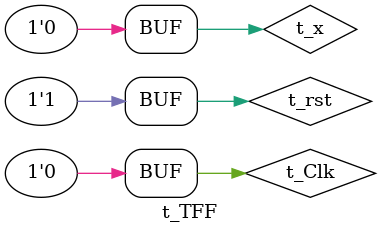
<source format=v>
module DFF (output reg Q,input D,Clk,rst);
always @(posedge Clk, negedge rst)
if(!rst) Q<=1'b0;
else Q<=D;
    
endmodule

module TFF (Q,T,Clk,rst);
output Q;
input T,Clk,rst;
wire DT;
assign DT = Q^T;
DFF TFF1(Q,DT,Clk,rst);    
endmodule

module p_TFF (
   output wire FA,FB,
   input x,Clk,rst
);
wire TA,TB;
assign TA= ((~FA)&(~FB)&(~x)) | ((FA&FB)&(~x));
assign TB= ((~FA && FB && ~x)) | ((FA&& ~x &&~FB));
TFF T_A (.Q(FA),.T(TA),.Clk(Clk),.rst(rst));
TFF T_B (.Q(FB),.T(TB),.Clk(Clk),.rst(rst));
    
endmodule

module t_TFF;
reg t_x,t_Clk,t_rst;
wire [1:0]state;
wire FA,FB;
p_TFF p(

    .FA(FA),
    .FB(FB),
    .x(t_x),
    .Clk(t_Clk),
    .rst(t_rst)
);

    assign state = {FA,FB};

    initial begin
        $dumpfile("p_TFF.vcd");
        $dumpvars( 0,t_TFF);
    end

initial begin
    t_rst = 1;
    repeat (2)
    #5 t_rst =~t_rst;
end

initial begin
    t_Clk =0;
    repeat (28)
    #5 t_Clk=~t_Clk;
end

initial begin
    t_x=0;
    #10 t_x=1;
    repeat (3)
    #30 t_x=~t_x;
end

    
endmodule
</source>
